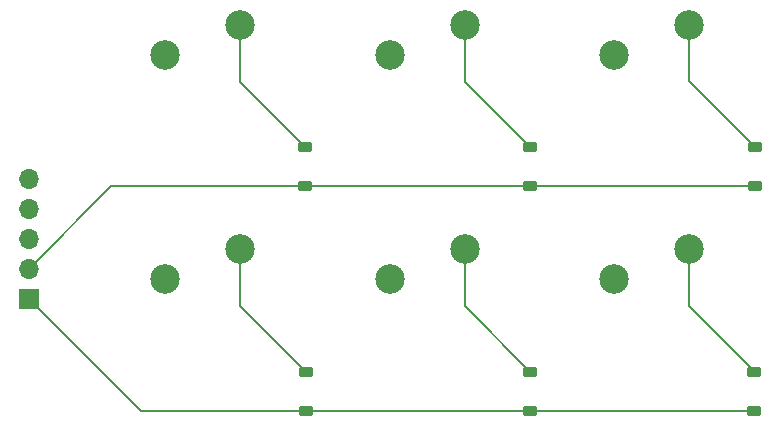
<source format=gbr>
%TF.GenerationSoftware,KiCad,Pcbnew,8.0.0*%
%TF.CreationDate,2024-03-12T01:26:02-04:00*%
%TF.ProjectId,mediaKeeb_V1,6d656469-614b-4656-9562-5f56312e6b69,rev?*%
%TF.SameCoordinates,Original*%
%TF.FileFunction,Copper,L2,Bot*%
%TF.FilePolarity,Positive*%
%FSLAX46Y46*%
G04 Gerber Fmt 4.6, Leading zero omitted, Abs format (unit mm)*
G04 Created by KiCad (PCBNEW 8.0.0) date 2024-03-12 01:26:02*
%MOMM*%
%LPD*%
G01*
G04 APERTURE LIST*
G04 Aperture macros list*
%AMRoundRect*
0 Rectangle with rounded corners*
0 $1 Rounding radius*
0 $2 $3 $4 $5 $6 $7 $8 $9 X,Y pos of 4 corners*
0 Add a 4 corners polygon primitive as box body*
4,1,4,$2,$3,$4,$5,$6,$7,$8,$9,$2,$3,0*
0 Add four circle primitives for the rounded corners*
1,1,$1+$1,$2,$3*
1,1,$1+$1,$4,$5*
1,1,$1+$1,$6,$7*
1,1,$1+$1,$8,$9*
0 Add four rect primitives between the rounded corners*
20,1,$1+$1,$2,$3,$4,$5,0*
20,1,$1+$1,$4,$5,$6,$7,0*
20,1,$1+$1,$6,$7,$8,$9,0*
20,1,$1+$1,$8,$9,$2,$3,0*%
G04 Aperture macros list end*
%TA.AperFunction,SMDPad,CuDef*%
%ADD10RoundRect,0.225000X0.375000X-0.225000X0.375000X0.225000X-0.375000X0.225000X-0.375000X-0.225000X0*%
%TD*%
%TA.AperFunction,ComponentPad*%
%ADD11C,2.500000*%
%TD*%
%TA.AperFunction,ComponentPad*%
%ADD12R,1.700000X1.700000*%
%TD*%
%TA.AperFunction,ComponentPad*%
%ADD13O,1.700000X1.700000*%
%TD*%
%TA.AperFunction,Conductor*%
%ADD14C,0.200000*%
%TD*%
G04 APERTURE END LIST*
D10*
%TO.P,D4,1,K*%
%TO.N,Row_2*%
X127581250Y-90000000D03*
%TO.P,D4,2,A*%
%TO.N,Net-(D4-A)*%
X127581250Y-86700000D03*
%TD*%
D11*
%TO.P,SW6,1,1*%
%TO.N,Column_3*%
X153641250Y-78890000D03*
%TO.P,SW6,2,2*%
%TO.N,Net-(D6-A)*%
X159991250Y-76350000D03*
%TD*%
%TO.P,SW5,2,2*%
%TO.N,Net-(D5-A)*%
X140991250Y-76350000D03*
%TO.P,SW5,1,1*%
%TO.N,Column_2*%
X134641250Y-78890000D03*
%TD*%
%TO.P,SW4,2,2*%
%TO.N,Net-(D4-A)*%
X121991250Y-76350000D03*
%TO.P,SW4,1,1*%
%TO.N,Column_1*%
X115641250Y-78890000D03*
%TD*%
%TO.P,SW3,1,1*%
%TO.N,Column_3*%
X153641250Y-59890000D03*
%TO.P,SW3,2,2*%
%TO.N,Net-(D3-A)*%
X159991250Y-57350000D03*
%TD*%
%TO.P,SW2,2,2*%
%TO.N,Net-(D2-A)*%
X140991250Y-57350000D03*
%TO.P,SW2,1,1*%
%TO.N,Column_2*%
X134641250Y-59890000D03*
%TD*%
%TO.P,SW1,2,2*%
%TO.N,Net-(D1-A)*%
X121981250Y-57350000D03*
%TO.P,SW1,1,1*%
%TO.N,Column_1*%
X115631250Y-59890000D03*
%TD*%
D12*
%TO.P,J1,1,Pin_1*%
%TO.N,Row_2*%
X104081250Y-80520000D03*
D13*
%TO.P,J1,2,Pin_2*%
%TO.N,Row_1*%
X104081250Y-77980000D03*
%TO.P,J1,3,Pin_3*%
%TO.N,Column_1*%
X104081250Y-75440000D03*
%TO.P,J1,4,Pin_4*%
%TO.N,Column_2*%
X104081250Y-72900000D03*
%TO.P,J1,5,Pin_5*%
%TO.N,Column_3*%
X104081250Y-70360000D03*
%TD*%
D10*
%TO.P,D6,1,K*%
%TO.N,Row_2*%
X165508750Y-90000000D03*
%TO.P,D6,2,A*%
%TO.N,Net-(D6-A)*%
X165508750Y-86700000D03*
%TD*%
%TO.P,D3,1,K*%
%TO.N,Row_1*%
X165556250Y-71000000D03*
%TO.P,D3,2,A*%
%TO.N,Net-(D3-A)*%
X165556250Y-67700000D03*
%TD*%
%TO.P,D5,1,K*%
%TO.N,Row_2*%
X146531250Y-90000000D03*
%TO.P,D5,2,A*%
%TO.N,Net-(D5-A)*%
X146531250Y-86700000D03*
%TD*%
%TO.P,D2,2,A*%
%TO.N,Net-(D2-A)*%
X146531250Y-67700000D03*
%TO.P,D2,1,K*%
%TO.N,Row_1*%
X146531250Y-71000000D03*
%TD*%
%TO.P,D1,1,K*%
%TO.N,Row_1*%
X127468750Y-71000000D03*
%TO.P,D1,2,A*%
%TO.N,Net-(D1-A)*%
X127468750Y-67700000D03*
%TD*%
D14*
%TO.N,Row_1*%
X127468750Y-70977500D02*
X127541250Y-71050000D01*
X111083750Y-70977500D02*
X127468750Y-70977500D01*
X104081250Y-77980000D02*
X111083750Y-70977500D01*
%TO.N,Row_2*%
X113561250Y-90000000D02*
X127581250Y-90000000D01*
X104081250Y-80520000D02*
X113561250Y-90000000D01*
X146531250Y-90000000D02*
X165508750Y-90000000D01*
X127581250Y-90000000D02*
X146531250Y-90000000D01*
%TO.N,Net-(D4-A)*%
X121991250Y-81160000D02*
X127581250Y-86750000D01*
X121991250Y-76350000D02*
X121991250Y-81160000D01*
%TO.N,Net-(D5-A)*%
X140991250Y-81160000D02*
X146531250Y-86700000D01*
X140991250Y-76350000D02*
X140991250Y-81160000D01*
%TO.N,Net-(D6-A)*%
X159991250Y-81160000D02*
X165508750Y-86677500D01*
X159991250Y-76350000D02*
X159991250Y-81160000D01*
%TO.N,Net-(D3-A)*%
X159991250Y-57350000D02*
X159991250Y-62135000D01*
X159991250Y-62135000D02*
X165556250Y-67700000D01*
%TO.N,Net-(D2-A)*%
X140991250Y-62160000D02*
X146531250Y-67700000D01*
X140991250Y-57350000D02*
X140991250Y-62160000D01*
%TO.N,Net-(D1-A)*%
X121991250Y-62222500D02*
X127468750Y-67700000D01*
X121991250Y-57350000D02*
X121991250Y-62222500D01*
%TO.N,Row_1*%
X146531250Y-71000000D02*
X165556250Y-71000000D01*
X127468750Y-71000000D02*
X146531250Y-71000000D01*
X146481250Y-71050000D02*
X146531250Y-71000000D01*
X165508750Y-70977500D02*
X165531250Y-71000000D01*
%TD*%
M02*

</source>
